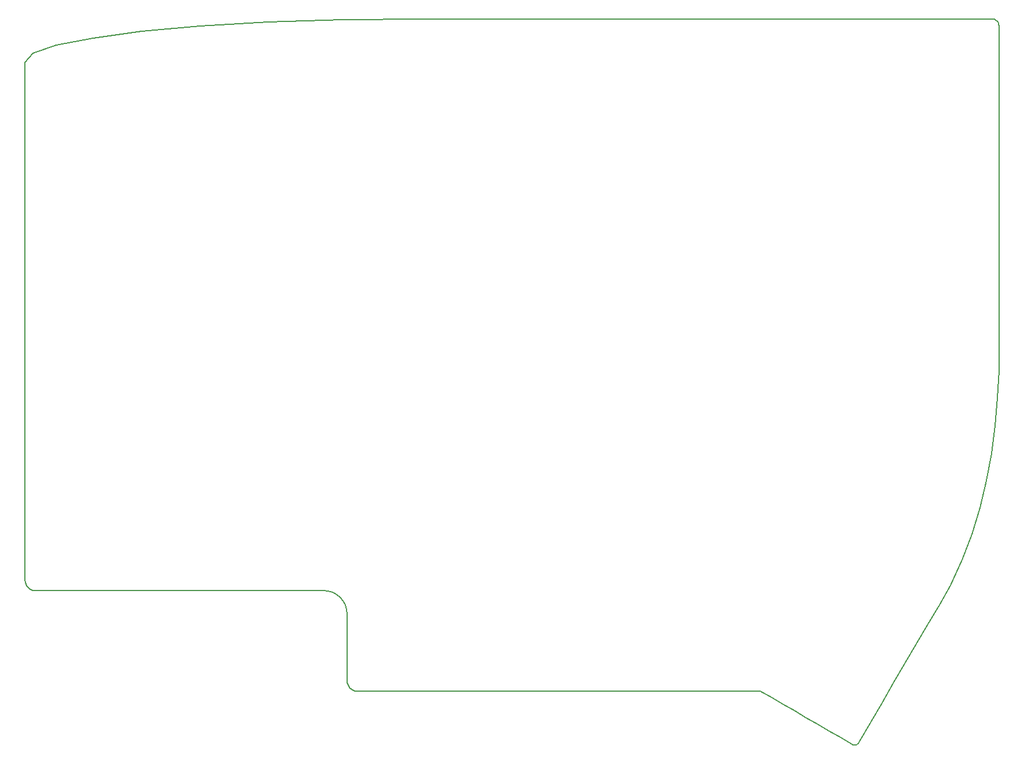
<source format=gm1>
G04 #@! TF.GenerationSoftware,KiCad,Pcbnew,7.0.10*
G04 #@! TF.CreationDate,2024-03-21T01:02:57+01:00*
G04 #@! TF.ProjectId,allium58,616c6c69-756d-4353-982e-6b696361645f,rev?*
G04 #@! TF.SameCoordinates,Original*
G04 #@! TF.FileFunction,Profile,NP*
%FSLAX46Y46*%
G04 Gerber Fmt 4.6, Leading zero omitted, Abs format (unit mm)*
G04 Created by KiCad (PCBNEW 7.0.10) date 2024-03-21 01:02:57*
%MOMM*%
%LPD*%
G01*
G04 APERTURE LIST*
G04 #@! TA.AperFunction,Profile*
%ADD10C,0.200000*%
G04 #@! TD*
G04 APERTURE END LIST*
D10*
X168149916Y-37086762D02*
X157742082Y-37086762D01*
X28178127Y-120789735D02*
X27875631Y-120759288D01*
X140978590Y-139391201D02*
X142654285Y-140361340D01*
X168149916Y-37086762D02*
X168361664Y-37108075D01*
X73818778Y-132816013D02*
X73818778Y-131597973D01*
X139302896Y-138421062D02*
X140978590Y-139391201D01*
X73818778Y-127943854D02*
X73818778Y-126725814D01*
X160469563Y-122854742D02*
X162145257Y-119988423D01*
X59783615Y-120789735D02*
X65051197Y-120789735D01*
X168737189Y-37265961D02*
X168892556Y-37394123D01*
X49248453Y-120789735D02*
X54516034Y-120789735D01*
X73148563Y-37215654D02*
X62218588Y-37585374D01*
X147681368Y-143271756D02*
X147849262Y-143357278D01*
X169200598Y-75978362D02*
X169200598Y-82285296D01*
X116110747Y-37086762D02*
X105702913Y-37086762D01*
X70318778Y-120789735D02*
X71024602Y-120860778D01*
X147849262Y-143357278D02*
X148007920Y-143404468D01*
X27859655Y-42156190D02*
X26678126Y-43436755D01*
X71024602Y-120860778D02*
X71681800Y-121064561D01*
X71681800Y-121064561D02*
X72276353Y-121387065D01*
X144329979Y-141331479D02*
X146005674Y-142301617D01*
X126905431Y-135511658D02*
X134274953Y-135511658D01*
X168892556Y-37394123D02*
X169020717Y-37549489D01*
X27339166Y-120533736D02*
X27117214Y-120350648D01*
X73849225Y-134314154D02*
X73818778Y-134011658D01*
X168361664Y-37108075D02*
X168558823Y-37169210D01*
X97427344Y-135511658D02*
X104796866Y-135511658D01*
X33445708Y-120789735D02*
X38713290Y-120789735D01*
X26678126Y-119289735D02*
X26678126Y-109808112D01*
X27875631Y-120759288D02*
X27593974Y-120671952D01*
X158793868Y-125721062D02*
X160469563Y-122854742D01*
X26708574Y-119592231D02*
X26678127Y-119289735D01*
X31248807Y-40963847D02*
X27859655Y-42156190D01*
X26678126Y-62400000D02*
X26678126Y-52918378D01*
X75016282Y-135481211D02*
X74734626Y-135393876D01*
X169200598Y-38136762D02*
X169200598Y-44443695D01*
X136926415Y-37086762D02*
X126518581Y-37086762D01*
X73936561Y-134595810D02*
X73849225Y-134314154D01*
X95295079Y-37086762D02*
X84887245Y-37086762D01*
X74479818Y-135255660D02*
X74257865Y-135072571D01*
X75318778Y-135511658D02*
X82688300Y-135511658D01*
X126518581Y-37086762D02*
X116110747Y-37086762D01*
X105702913Y-37086762D02*
X95295079Y-37086762D01*
X74074777Y-134850619D02*
X73936561Y-134595810D01*
X142654285Y-140361340D02*
X144329979Y-141331479D01*
X168117154Y-100690825D02*
X168647829Y-96657663D01*
X43717368Y-38945561D02*
X36612429Y-39885159D01*
X135951507Y-136480784D02*
X137627201Y-137450923D01*
X169200598Y-57057562D02*
X169200598Y-63364495D01*
X65051197Y-120789735D02*
X70318778Y-120789735D01*
X73818778Y-134011658D02*
X73818778Y-132816013D01*
X26678126Y-52918378D02*
X26678126Y-43436755D01*
X147334249Y-37086762D02*
X136926415Y-37086762D01*
X26678126Y-81363245D02*
X26678126Y-71881623D01*
X137627201Y-137450923D02*
X139302896Y-138421062D01*
X72794242Y-121814271D02*
X73221448Y-122332160D01*
X169200598Y-69671429D02*
X169200598Y-75978362D01*
X26795909Y-119873887D02*
X26708574Y-119592231D01*
X169020717Y-37549489D02*
X169117469Y-37727855D01*
X155442479Y-131453701D02*
X157118174Y-128587381D01*
X152091090Y-137186340D02*
X153766785Y-134320020D01*
X157742082Y-37086762D02*
X147334249Y-37086762D01*
X104796866Y-135511658D02*
X112166388Y-135511658D01*
X73543952Y-122926713D02*
X73747735Y-123583911D01*
X26678126Y-71881623D02*
X26678126Y-62400000D01*
X74257865Y-135072571D02*
X74074777Y-134850619D01*
X157118174Y-128587381D02*
X158793868Y-125721062D01*
X73818778Y-125507775D02*
X73818778Y-124289735D01*
X166450122Y-108649127D02*
X167391043Y-104695246D01*
X27593974Y-120671952D02*
X27339166Y-120533736D01*
X43980871Y-120789735D02*
X49248453Y-120789735D01*
X73818778Y-130379933D02*
X73818778Y-129161894D01*
X148156874Y-143413974D02*
X148295656Y-143386445D01*
X52330472Y-38170488D02*
X43717368Y-38945561D01*
X27117214Y-120350648D02*
X26934125Y-120128696D01*
X148540831Y-143222884D02*
X148646289Y-143088150D01*
X168558823Y-37169210D02*
X168737189Y-37265961D01*
X82688300Y-135511658D02*
X90057822Y-135511658D01*
X146005674Y-142301617D02*
X147681368Y-143271756D01*
X62218588Y-37585374D02*
X52330472Y-38170488D01*
X26934125Y-120128696D02*
X26795909Y-119873887D01*
X167391043Y-104695246D02*
X168117154Y-100690825D01*
X28178127Y-120789735D02*
X33445708Y-120789735D01*
X150415396Y-140052659D02*
X152091090Y-137186340D01*
X134275813Y-135510645D02*
X135951507Y-136480784D01*
X36612429Y-39885159D02*
X31248807Y-40963847D01*
X153766785Y-134320020D02*
X155442479Y-131453701D01*
X26678126Y-90844867D02*
X26678126Y-81363245D01*
X73818778Y-126725814D02*
X73818778Y-125507775D01*
X169117469Y-37727855D02*
X169178603Y-37925015D01*
X165275021Y-112530670D02*
X166450122Y-108649127D01*
X73221448Y-122332160D02*
X73543952Y-122926713D01*
X54516034Y-120789735D02*
X59783615Y-120789735D01*
X148646289Y-143088150D02*
X148739701Y-142918979D01*
X169178603Y-37925015D02*
X169199916Y-38136762D01*
X162144793Y-119989540D02*
X163846368Y-116318073D01*
X168647829Y-96657663D02*
X169002436Y-92617561D01*
X73747735Y-123583911D02*
X73818778Y-124289735D01*
X74734626Y-135393876D02*
X74479818Y-135255660D01*
X169200598Y-63364495D02*
X169200598Y-69671429D01*
X169200598Y-50750629D02*
X169200598Y-57057562D01*
X148739701Y-142918979D02*
X150415396Y-140052659D01*
X148423798Y-143322532D02*
X148540831Y-143222884D01*
X73818778Y-129161894D02*
X73818778Y-127943854D01*
X26678126Y-109808112D02*
X26678126Y-100326490D01*
X169200598Y-82285296D02*
X169200598Y-88592229D01*
X73818778Y-131597973D02*
X73818778Y-130379933D01*
X148295656Y-143386445D02*
X148423798Y-143322532D01*
X84887245Y-37086762D02*
X73148563Y-37215654D01*
X169200598Y-44443695D02*
X169200598Y-50750629D01*
X72276353Y-121387065D02*
X72794242Y-121814271D01*
X38713290Y-120789735D02*
X43980871Y-120789735D01*
X112166388Y-135511658D02*
X119535909Y-135511658D01*
X90057822Y-135511658D02*
X97427344Y-135511658D01*
X119535909Y-135511658D02*
X126905431Y-135511658D01*
X26678126Y-100326490D02*
X26678126Y-90844867D01*
X75318778Y-135511658D02*
X75016282Y-135481211D01*
X169002436Y-92617561D02*
X169200349Y-88592317D01*
X148007920Y-143404468D02*
X148156874Y-143413974D01*
X163846368Y-116318073D02*
X165275021Y-112530670D01*
M02*

</source>
